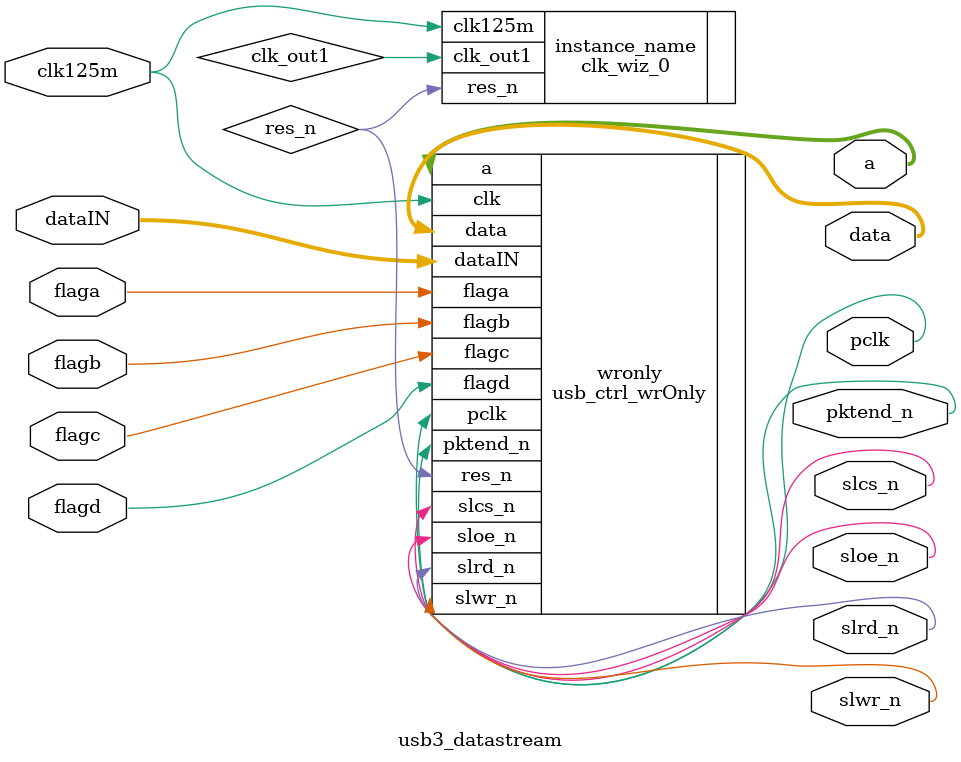
<source format=v>
`define write_only

module usb3_datastream (
//外部时钟
    input clk125m,
    input [31:0]dataIN,
//SLAVE FIFO模式接口
    input flaga,
    input flagb,
    input flagc,
    input flagd,

    output slcs_n,
    output slwr_n,
    output slrd_n,
    output sloe_n,
    output pktend_n,
    output [1:0]a,
    output pclk,

`ifndef write_only
    inout [31:0] data
`else
    output [31:0] data
`endif 
);
    wire clk_out1;               //PLL_out
    wire res_n;                 //复位,由PLL模块输出
//根据输入时钟与芯片匹配时钟，调用 PLL IP核生成时钟↓
  clk_wiz_0 instance_name
   (
    // Clock out ports
    .clk_out1(clk_out1),     // output clk_out1
    // Status and control signals
    .res_n(res_n),       // output res_n
   // Clock in ports
    .clk125m(clk125m));      // input clk125m
//PLL↑
//调用USB只写控制模块
usb_ctrl_wrOnly wronly(
    /*.clk(clk_out1),*/.clk(clk125m), //先不使用分频时钟
    .res_n(res_n),
    .dataIN(dataIN),
    .flaga(flaga),
    .flagb(flagb),
    .flagc(flagc),
    .flagd(flagd),
    .slcs_n(slcs_n),
    .slwr_n(slwr_n),
    .slrd_n(slrd_n),
    .sloe_n(sloe_n),
    .pktend_n(pktend_n),
    .a(a),
    .data(data),
    .pclk(pclk)
);
endmodule
</source>
